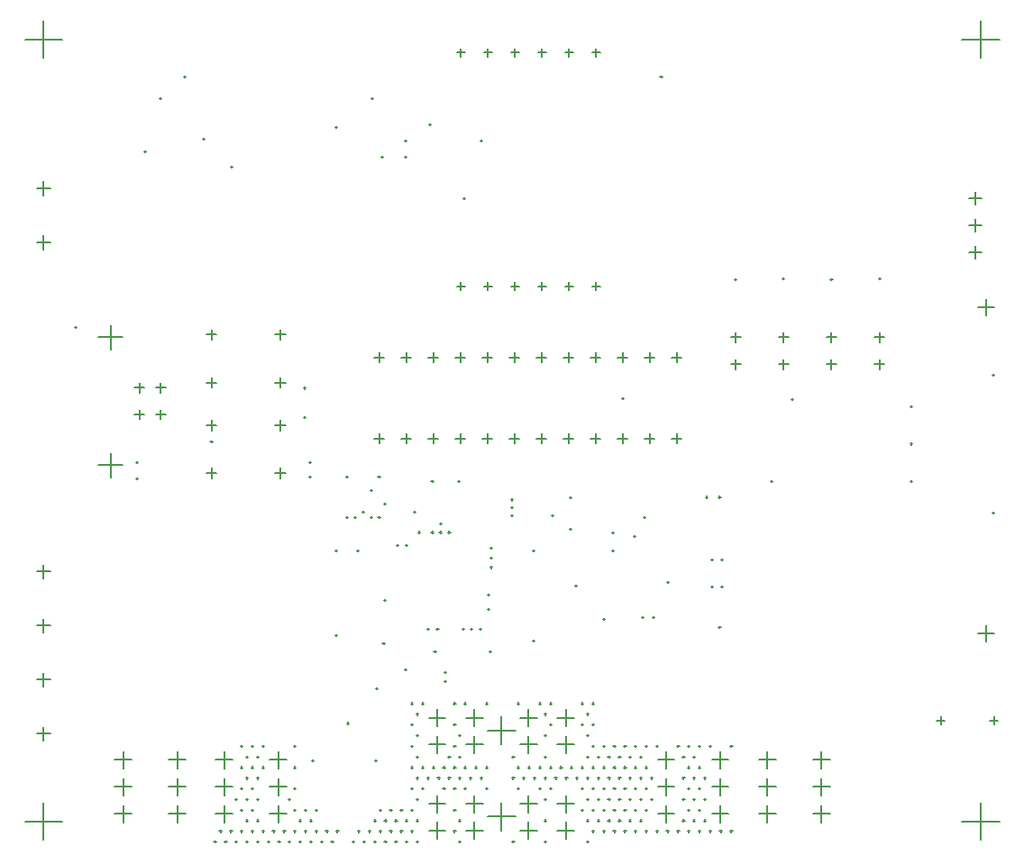
<source format=gbr>
%TF.GenerationSoftware,Altium Limited,Altium Designer,25.2.1 (25)*%
G04 Layer_Color=128*
%FSLAX43Y43*%
%MOMM*%
%TF.SameCoordinates,14BE83A4-B3EB-4770-8DB1-726BE69DDD70*%
%TF.FilePolarity,Positive*%
%TF.FileFunction,Drillmap*%
%TF.Part,Single*%
G01*
G75*
%TA.AperFunction,NonConductor*%
%ADD76C,0.127*%
D76*
X69050Y50000D02*
X69950D01*
X69500Y49550D02*
Y50450D01*
X69050Y47460D02*
X69950D01*
X69500Y47010D02*
Y47910D01*
X78050Y50000D02*
X78950D01*
X78500Y49550D02*
Y50450D01*
X78050Y47460D02*
X78950D01*
X78500Y47010D02*
Y47910D01*
X82550Y50000D02*
X83450D01*
X83000Y49550D02*
Y50450D01*
X82550Y47460D02*
X83450D01*
X83000Y47010D02*
Y47910D01*
X73550Y47460D02*
X74450D01*
X74000Y47010D02*
Y47910D01*
X73550Y50000D02*
X74450D01*
X74000Y49550D02*
Y50450D01*
X48387Y54786D02*
X49149D01*
X48768Y54405D02*
Y55167D01*
X56007Y76786D02*
X56769D01*
X56388Y76405D02*
Y77167D01*
X53467Y76786D02*
X54229D01*
X53848Y76405D02*
Y77167D01*
X50927Y76786D02*
X51689D01*
X51308Y76405D02*
Y77167D01*
X48387Y76786D02*
X49149D01*
X48768Y76405D02*
Y77167D01*
X45847Y76786D02*
X46609D01*
X46228Y76405D02*
Y77167D01*
X43307Y76786D02*
X44069D01*
X43688Y76405D02*
Y77167D01*
X56007Y54786D02*
X56769D01*
X56388Y54405D02*
Y55167D01*
X53467Y54786D02*
X54229D01*
X53848Y54405D02*
Y55167D01*
X50927Y54786D02*
X51689D01*
X51308Y54405D02*
Y55167D01*
X45847Y54786D02*
X46609D01*
X46228Y54405D02*
Y55167D01*
X43307Y54786D02*
X44069D01*
X43688Y54405D02*
Y55167D01*
X16240Y10290D02*
X17840D01*
X17040Y9490D02*
Y11090D01*
X16240Y7750D02*
X17840D01*
X17040Y6950D02*
Y8550D01*
X16240Y5210D02*
X17840D01*
X17040Y4410D02*
Y6010D01*
X11160Y5210D02*
X12760D01*
X11960Y4410D02*
Y6010D01*
X11160Y7750D02*
X12760D01*
X11960Y6950D02*
Y8550D01*
X11160Y10290D02*
X12760D01*
X11960Y9490D02*
Y11090D01*
X25740Y10290D02*
X27340D01*
X26540Y9490D02*
Y11090D01*
X25740Y7750D02*
X27340D01*
X26540Y6950D02*
Y8550D01*
X25740Y5210D02*
X27340D01*
X26540Y4410D02*
Y6010D01*
X20660Y5210D02*
X22260D01*
X21460Y4410D02*
Y6010D01*
X20660Y7750D02*
X22260D01*
X21460Y6950D02*
Y8550D01*
X20660Y10290D02*
X22260D01*
X21460Y9490D02*
Y11090D01*
X67240Y10290D02*
X68840D01*
X68040Y9490D02*
Y11090D01*
X67240Y7750D02*
X68840D01*
X68040Y6950D02*
Y8550D01*
X67240Y5210D02*
X68840D01*
X68040Y4410D02*
Y6010D01*
X62160Y5210D02*
X63760D01*
X62960Y4410D02*
Y6010D01*
X62160Y7750D02*
X63760D01*
X62960Y6950D02*
Y8550D01*
X62160Y10290D02*
X63760D01*
X62960Y9490D02*
Y11090D01*
X93350Y14000D02*
X94150D01*
X93750Y13600D02*
Y14400D01*
X88350Y14000D02*
X89150D01*
X88750Y13600D02*
Y14400D01*
X40660Y11750D02*
X42260D01*
X41460Y10950D02*
Y12550D01*
X40660Y14250D02*
X42260D01*
X41460Y13450D02*
Y15050D01*
X44160Y11750D02*
X45760D01*
X44960Y10950D02*
Y12550D01*
X44160Y14250D02*
X45760D01*
X44960Y13450D02*
Y15050D01*
X49240Y11750D02*
X50840D01*
X50040Y10950D02*
Y12550D01*
X49240Y14250D02*
X50840D01*
X50040Y13450D02*
Y15050D01*
X52740Y11750D02*
X54340D01*
X53540Y10950D02*
Y12550D01*
X52740Y14250D02*
X54340D01*
X53540Y13450D02*
Y15050D01*
X46175Y13045D02*
X48825D01*
X47500Y11720D02*
Y14370D01*
X76740Y10290D02*
X78340D01*
X77540Y9490D02*
Y11090D01*
X76740Y7750D02*
X78340D01*
X77540Y6950D02*
Y8550D01*
X76740Y5210D02*
X78340D01*
X77540Y4410D02*
Y6010D01*
X71660Y5210D02*
X73260D01*
X72460Y4410D02*
Y6010D01*
X71660Y7750D02*
X73260D01*
X72460Y6950D02*
Y8550D01*
X71660Y10290D02*
X73260D01*
X72460Y9490D02*
Y11090D01*
X91400Y63080D02*
X92600D01*
X92000Y62480D02*
Y63680D01*
X91400Y60540D02*
X92600D01*
X92000Y59940D02*
Y61140D01*
X91400Y58000D02*
X92600D01*
X92000Y57400D02*
Y58600D01*
X3850Y28000D02*
X5150D01*
X4500Y27350D02*
Y28650D01*
X3850Y22920D02*
X5150D01*
X4500Y22270D02*
Y23570D01*
X43145Y40500D02*
X44095D01*
X43620Y40025D02*
Y40975D01*
X55845Y40500D02*
X56795D01*
X56320Y40025D02*
Y40975D01*
X92250Y22150D02*
X93750D01*
X93000Y21400D02*
Y22900D01*
X26250Y45750D02*
X27250D01*
X26750Y45250D02*
Y46250D01*
X3850Y58920D02*
X5150D01*
X4500Y58270D02*
Y59570D01*
X19750Y45750D02*
X20750D01*
X20250Y45250D02*
Y46250D01*
X3850Y12760D02*
X5150D01*
X4500Y12110D02*
Y13410D01*
X3850Y17840D02*
X5150D01*
X4500Y17190D02*
Y18490D01*
X15050Y42750D02*
X15950D01*
X15500Y42300D02*
Y43200D01*
X48225Y48120D02*
X49175D01*
X48700Y47645D02*
Y48595D01*
X3850Y64000D02*
X5150D01*
X4500Y63350D02*
Y64650D01*
X9650Y37980D02*
X11950D01*
X10800Y36830D02*
Y39130D01*
X9650Y50020D02*
X11950D01*
X10800Y48870D02*
Y51170D01*
X13050Y42750D02*
X13950D01*
X13500Y42300D02*
Y43200D01*
X13050Y45250D02*
X13950D01*
X13500Y44800D02*
Y45700D01*
X15050Y45250D02*
X15950D01*
X15500Y44800D02*
Y45700D01*
X40660Y3660D02*
X42260D01*
X41460Y2860D02*
Y4460D01*
X40660Y6160D02*
X42260D01*
X41460Y5360D02*
Y6960D01*
X44160Y3660D02*
X45760D01*
X44960Y2860D02*
Y4460D01*
X44160Y6160D02*
X45760D01*
X44960Y5360D02*
Y6960D01*
X49240Y3660D02*
X50840D01*
X50040Y2860D02*
Y4460D01*
X49240Y6160D02*
X50840D01*
X50040Y5360D02*
Y6960D01*
X52740Y3660D02*
X54340D01*
X53540Y2860D02*
Y4460D01*
X52740Y6160D02*
X54340D01*
X53540Y5360D02*
Y6960D01*
X46175Y4955D02*
X48825D01*
X47500Y3630D02*
Y6280D01*
X90750Y78000D02*
X94250D01*
X92500Y76250D02*
Y79750D01*
X55845Y48120D02*
X56795D01*
X56320Y47645D02*
Y48595D01*
X58385Y48120D02*
X59335D01*
X58860Y47645D02*
Y48595D01*
X60925Y48120D02*
X61875D01*
X61400Y47645D02*
Y48595D01*
X63465Y48120D02*
X64415D01*
X63940Y47645D02*
Y48595D01*
X53305Y48120D02*
X54255D01*
X53780Y47645D02*
Y48595D01*
X50765Y48120D02*
X51715D01*
X51240Y47645D02*
Y48595D01*
X45685Y48120D02*
X46635D01*
X46160Y47645D02*
Y48595D01*
X43145Y48120D02*
X44095D01*
X43620Y47645D02*
Y48595D01*
X40605Y48120D02*
X41555D01*
X41080Y47645D02*
Y48595D01*
X38065Y48120D02*
X39015D01*
X38540Y47645D02*
Y48595D01*
X35525Y48120D02*
X36475D01*
X36000Y47645D02*
Y48595D01*
X58385Y40500D02*
X59335D01*
X58860Y40025D02*
Y40975D01*
X60925Y40500D02*
X61875D01*
X61400Y40025D02*
Y40975D01*
X63465Y40500D02*
X64415D01*
X63940Y40025D02*
Y40975D01*
X53305Y40500D02*
X54255D01*
X53780Y40025D02*
Y40975D01*
X50765Y40500D02*
X51715D01*
X51240Y40025D02*
Y40975D01*
X48225Y40500D02*
X49175D01*
X48700Y40025D02*
Y40975D01*
X45685Y40500D02*
X46635D01*
X46160Y40025D02*
Y40975D01*
X40605Y40500D02*
X41555D01*
X41080Y40025D02*
Y40975D01*
X38065Y40500D02*
X39015D01*
X38540Y40025D02*
Y40975D01*
X35525Y40500D02*
X36475D01*
X36000Y40025D02*
Y40975D01*
X2750Y78000D02*
X6250D01*
X4500Y76250D02*
Y79750D01*
X2750Y4500D02*
X6250D01*
X4500Y2750D02*
Y6250D01*
X90750Y4500D02*
X94250D01*
X92500Y2750D02*
Y6250D01*
X19750Y50250D02*
X20750D01*
X20250Y49750D02*
Y50750D01*
X26250Y50250D02*
X27250D01*
X26750Y49750D02*
Y50750D01*
X19750Y41750D02*
X20750D01*
X20250Y41250D02*
Y42250D01*
X26250Y41750D02*
X27250D01*
X26750Y41250D02*
Y42250D01*
X19750Y37250D02*
X20750D01*
X20250Y36750D02*
Y37750D01*
X26250Y37250D02*
X27250D01*
X26750Y36750D02*
Y37750D01*
X92250Y52850D02*
X93750D01*
X93000Y52100D02*
Y53600D01*
X32000Y3600D02*
X32200D01*
X32100Y3500D02*
Y3700D01*
X31500Y2600D02*
X31700D01*
X31600Y2500D02*
Y2700D01*
X31000Y3600D02*
X31200D01*
X31100Y3500D02*
Y3700D01*
X30500Y2600D02*
X30700D01*
X30600Y2500D02*
Y2700D01*
X30000Y5600D02*
X30200D01*
X30100Y5500D02*
Y5700D01*
X29500Y4600D02*
X29700D01*
X29600Y4500D02*
Y4700D01*
X30000Y3600D02*
X30200D01*
X30100Y3500D02*
Y3700D01*
X29500Y2600D02*
X29700D01*
X29600Y2500D02*
Y2700D01*
X29000Y5600D02*
X29200D01*
X29100Y5500D02*
Y5700D01*
X28500Y4600D02*
X28700D01*
X28600Y4500D02*
Y4700D01*
X29000Y3600D02*
X29200D01*
X29100Y3500D02*
Y3700D01*
X28500Y2600D02*
X28700D01*
X28600Y2500D02*
Y2700D01*
X28000Y11600D02*
X28200D01*
X28100Y11500D02*
Y11700D01*
X28000Y9600D02*
X28200D01*
X28100Y9500D02*
Y9700D01*
X28000Y7600D02*
X28200D01*
X28100Y7500D02*
Y7700D01*
X27500Y6600D02*
X27700D01*
X27600Y6500D02*
Y6700D01*
X28000Y5600D02*
X28200D01*
X28100Y5500D02*
Y5700D01*
X28000Y3600D02*
X28200D01*
X28100Y3500D02*
Y3700D01*
X27500Y2600D02*
X27700D01*
X27600Y2500D02*
Y2700D01*
X27000Y3600D02*
X27200D01*
X27100Y3500D02*
Y3700D01*
X26500Y2600D02*
X26700D01*
X26600Y2500D02*
Y2700D01*
X26000Y3600D02*
X26200D01*
X26100Y3500D02*
Y3700D01*
X25500Y2600D02*
X25700D01*
X25600Y2500D02*
Y2700D01*
X25000Y11600D02*
X25200D01*
X25100Y11500D02*
Y11700D01*
X24500Y10600D02*
X24700D01*
X24600Y10500D02*
Y10700D01*
X25000Y9600D02*
X25200D01*
X25100Y9500D02*
Y9700D01*
X24500Y8600D02*
X24700D01*
X24600Y8500D02*
Y8700D01*
X24500Y6600D02*
X24700D01*
X24600Y6500D02*
Y6700D01*
X24500Y4600D02*
X24700D01*
X24600Y4500D02*
Y4700D01*
X25000Y3600D02*
X25200D01*
X25100Y3500D02*
Y3700D01*
X24500Y2600D02*
X24700D01*
X24600Y2500D02*
Y2700D01*
X24000Y11600D02*
X24200D01*
X24100Y11500D02*
Y11700D01*
X23500Y10600D02*
X23700D01*
X23600Y10500D02*
Y10700D01*
X24000Y9600D02*
X24200D01*
X24100Y9500D02*
Y9700D01*
X23500Y8600D02*
X23700D01*
X23600Y8500D02*
Y8700D01*
X24000Y7600D02*
X24200D01*
X24100Y7500D02*
Y7700D01*
X23500Y6600D02*
X23700D01*
X23600Y6500D02*
Y6700D01*
X24000Y5600D02*
X24200D01*
X24100Y5500D02*
Y5700D01*
X23500Y4600D02*
X23700D01*
X23600Y4500D02*
Y4700D01*
X24000Y3600D02*
X24200D01*
X24100Y3500D02*
Y3700D01*
X23500Y2600D02*
X23700D01*
X23600Y2500D02*
Y2700D01*
X23000Y11600D02*
X23200D01*
X23100Y11500D02*
Y11700D01*
X23000Y9600D02*
X23200D01*
X23100Y9500D02*
Y9700D01*
X23000Y7600D02*
X23200D01*
X23100Y7500D02*
Y7700D01*
X22500Y6600D02*
X22700D01*
X22600Y6500D02*
Y6700D01*
X23000Y5600D02*
X23200D01*
X23100Y5500D02*
Y5700D01*
X23000Y3600D02*
X23200D01*
X23100Y3500D02*
Y3700D01*
X22500Y2600D02*
X22700D01*
X22600Y2500D02*
Y2700D01*
X22000Y3600D02*
X22200D01*
X22100Y3500D02*
Y3700D01*
X21500Y2600D02*
X21700D01*
X21600Y2500D02*
Y2700D01*
X21000Y3600D02*
X21200D01*
X21100Y3500D02*
Y3700D01*
X20500Y2600D02*
X20700D01*
X20600Y2500D02*
Y2700D01*
X46000Y15600D02*
X46200D01*
X46100Y15500D02*
Y15700D01*
X46000Y9600D02*
X46200D01*
X46100Y9500D02*
Y9700D01*
X45500Y8600D02*
X45700D01*
X45600Y8500D02*
Y8700D01*
X46000Y7600D02*
X46200D01*
X46100Y7500D02*
Y7700D01*
X45000Y9600D02*
X45200D01*
X45100Y9500D02*
Y9700D01*
X44500Y8600D02*
X44700D01*
X44600Y8500D02*
Y8700D01*
X44000Y15600D02*
X44200D01*
X44100Y15500D02*
Y15700D01*
X43500Y12600D02*
X43700D01*
X43600Y12500D02*
Y12700D01*
X43500Y10600D02*
X43700D01*
X43600Y10500D02*
Y10700D01*
X44000Y9600D02*
X44200D01*
X44100Y9500D02*
Y9700D01*
X43500Y8600D02*
X43700D01*
X43600Y8500D02*
Y8700D01*
X44000Y7600D02*
X44200D01*
X44100Y7500D02*
Y7700D01*
X43500Y4600D02*
X43700D01*
X43600Y4500D02*
Y4700D01*
X43500Y2600D02*
X43700D01*
X43600Y2500D02*
Y2700D01*
X43000Y15600D02*
X43200D01*
X43100Y15500D02*
Y15700D01*
X43000Y13600D02*
X43200D01*
X43100Y13500D02*
Y13700D01*
X43000Y11600D02*
X43200D01*
X43100Y11500D02*
Y11700D01*
X42500Y10600D02*
X42700D01*
X42600Y10500D02*
Y10700D01*
X43000Y9600D02*
X43200D01*
X43100Y9500D02*
Y9700D01*
X42500Y8600D02*
X42700D01*
X42600Y8500D02*
Y8700D01*
X43000Y7600D02*
X43200D01*
X43100Y7500D02*
Y7700D01*
X43000Y5600D02*
X43200D01*
X43100Y5500D02*
Y5700D01*
X43000Y3600D02*
X43200D01*
X43100Y3500D02*
Y3700D01*
X42000Y9600D02*
X42200D01*
X42100Y9500D02*
Y9700D01*
X41500Y8600D02*
X41700D01*
X41600Y8500D02*
Y8700D01*
X42000Y7600D02*
X42200D01*
X42100Y7500D02*
Y7700D01*
X41000Y9600D02*
X41200D01*
X41100Y9500D02*
Y9700D01*
X40500Y8600D02*
X40700D01*
X40600Y8500D02*
Y8700D01*
X40000Y15600D02*
X40200D01*
X40100Y15500D02*
Y15700D01*
X39500Y14600D02*
X39700D01*
X39600Y14500D02*
Y14700D01*
X39500Y12600D02*
X39700D01*
X39600Y12500D02*
Y12700D01*
X39500Y10600D02*
X39700D01*
X39600Y10500D02*
Y10700D01*
X40000Y9600D02*
X40200D01*
X40100Y9500D02*
Y9700D01*
X39500Y8600D02*
X39700D01*
X39600Y8500D02*
Y8700D01*
X40000Y7600D02*
X40200D01*
X40100Y7500D02*
Y7700D01*
X39500Y6600D02*
X39700D01*
X39600Y6500D02*
Y6700D01*
X39500Y4600D02*
X39700D01*
X39600Y4500D02*
Y4700D01*
X39500Y2600D02*
X39700D01*
X39600Y2500D02*
Y2700D01*
X39000Y15600D02*
X39200D01*
X39100Y15500D02*
Y15700D01*
X39000Y13600D02*
X39200D01*
X39100Y13500D02*
Y13700D01*
X39000Y11600D02*
X39200D01*
X39100Y11500D02*
Y11700D01*
X39000Y9600D02*
X39200D01*
X39100Y9500D02*
Y9700D01*
X39000Y7600D02*
X39200D01*
X39100Y7500D02*
Y7700D01*
X39000Y5600D02*
X39200D01*
X39100Y5500D02*
Y5700D01*
X38500Y4600D02*
X38700D01*
X38600Y4500D02*
Y4700D01*
X39000Y3600D02*
X39200D01*
X39100Y3500D02*
Y3700D01*
X38500Y2600D02*
X38700D01*
X38600Y2500D02*
Y2700D01*
X38000Y5600D02*
X38200D01*
X38100Y5500D02*
Y5700D01*
X37500Y4600D02*
X37700D01*
X37600Y4500D02*
Y4700D01*
X38000Y3600D02*
X38200D01*
X38100Y3500D02*
Y3700D01*
X37500Y2600D02*
X37700D01*
X37600Y2500D02*
Y2700D01*
X37000Y5600D02*
X37200D01*
X37100Y5500D02*
Y5700D01*
X36500Y4600D02*
X36700D01*
X36600Y4500D02*
Y4700D01*
X37000Y3600D02*
X37200D01*
X37100Y3500D02*
Y3700D01*
X36500Y2600D02*
X36700D01*
X36600Y2500D02*
Y2700D01*
X36000Y5600D02*
X36200D01*
X36100Y5500D02*
Y5700D01*
X35500Y4600D02*
X35700D01*
X35600Y4500D02*
Y4700D01*
X36000Y3600D02*
X36200D01*
X36100Y3500D02*
Y3700D01*
X35500Y2600D02*
X35700D01*
X35600Y2500D02*
Y2700D01*
X35000Y3600D02*
X35200D01*
X35100Y3500D02*
Y3700D01*
X34500Y2600D02*
X34700D01*
X34600Y2500D02*
Y2700D01*
X34000Y3600D02*
X34200D01*
X34100Y3500D02*
Y3700D01*
X33500Y2600D02*
X33700D01*
X33600Y2500D02*
Y2700D01*
X69000Y11600D02*
X69200D01*
X69100Y11500D02*
Y11700D01*
X69000Y3600D02*
X69200D01*
X69100Y3500D02*
Y3700D01*
X68000Y3600D02*
X68200D01*
X68100Y3500D02*
Y3700D01*
X67000Y11600D02*
X67200D01*
X67100Y11500D02*
Y11700D01*
X66500Y8600D02*
X66700D01*
X66600Y8500D02*
Y8700D01*
X66500Y6600D02*
X66700D01*
X66600Y6500D02*
Y6700D01*
X66500Y4600D02*
X66700D01*
X66600Y4500D02*
Y4700D01*
X67000Y3600D02*
X67200D01*
X67100Y3500D02*
Y3700D01*
X66000Y11600D02*
X66200D01*
X66100Y11500D02*
Y11700D01*
X65500Y10600D02*
X65700D01*
X65600Y10500D02*
Y10700D01*
X66000Y9600D02*
X66200D01*
X66100Y9500D02*
Y9700D01*
X65500Y8600D02*
X65700D01*
X65600Y8500D02*
Y8700D01*
X66000Y7600D02*
X66200D01*
X66100Y7500D02*
Y7700D01*
X65500Y6600D02*
X65700D01*
X65600Y6500D02*
Y6700D01*
X66000Y5600D02*
X66200D01*
X66100Y5500D02*
Y5700D01*
X65500Y4600D02*
X65700D01*
X65600Y4500D02*
Y4700D01*
X66000Y3600D02*
X66200D01*
X66100Y3500D02*
Y3700D01*
X65000Y11600D02*
X65200D01*
X65100Y11500D02*
Y11700D01*
X64500Y10600D02*
X64700D01*
X64600Y10500D02*
Y10700D01*
X65000Y9600D02*
X65200D01*
X65100Y9500D02*
Y9700D01*
X64500Y8600D02*
X64700D01*
X64600Y8500D02*
Y8700D01*
X65000Y7600D02*
X65200D01*
X65100Y7500D02*
Y7700D01*
X64500Y6600D02*
X64700D01*
X64600Y6500D02*
Y6700D01*
X65000Y5600D02*
X65200D01*
X65100Y5500D02*
Y5700D01*
X64500Y4600D02*
X64700D01*
X64600Y4500D02*
Y4700D01*
X65000Y3600D02*
X65200D01*
X65100Y3500D02*
Y3700D01*
X64000Y11600D02*
X64200D01*
X64100Y11500D02*
Y11700D01*
X64000Y3600D02*
X64200D01*
X64100Y3500D02*
Y3700D01*
X63000Y3600D02*
X63200D01*
X63100Y3500D02*
Y3700D01*
X62000Y11600D02*
X62200D01*
X62100Y11500D02*
Y11700D01*
X61500Y8600D02*
X61700D01*
X61600Y8500D02*
Y8700D01*
X61500Y6600D02*
X61700D01*
X61600Y6500D02*
Y6700D01*
X62000Y3600D02*
X62200D01*
X62100Y3500D02*
Y3700D01*
X61000Y11600D02*
X61200D01*
X61100Y11500D02*
Y11700D01*
X60500Y10600D02*
X60700D01*
X60600Y10500D02*
Y10700D01*
X61000Y9600D02*
X61200D01*
X61100Y9500D02*
Y9700D01*
X60500Y8600D02*
X60700D01*
X60600Y8500D02*
Y8700D01*
X61000Y7600D02*
X61200D01*
X61100Y7500D02*
Y7700D01*
X60500Y6600D02*
X60700D01*
X60600Y6500D02*
Y6700D01*
X61000Y5600D02*
X61200D01*
X61100Y5500D02*
Y5700D01*
X60500Y4600D02*
X60700D01*
X60600Y4500D02*
Y4700D01*
X61000Y3600D02*
X61200D01*
X61100Y3500D02*
Y3700D01*
X60000Y11600D02*
X60200D01*
X60100Y11500D02*
Y11700D01*
X59500Y10600D02*
X59700D01*
X59600Y10500D02*
Y10700D01*
X60000Y9600D02*
X60200D01*
X60100Y9500D02*
Y9700D01*
X59500Y8600D02*
X59700D01*
X59600Y8500D02*
Y8700D01*
X60000Y7600D02*
X60200D01*
X60100Y7500D02*
Y7700D01*
X59500Y6600D02*
X59700D01*
X59600Y6500D02*
Y6700D01*
X60000Y5600D02*
X60200D01*
X60100Y5500D02*
Y5700D01*
X59500Y4600D02*
X59700D01*
X59600Y4500D02*
Y4700D01*
X60000Y3600D02*
X60200D01*
X60100Y3500D02*
Y3700D01*
X59000Y11600D02*
X59200D01*
X59100Y11500D02*
Y11700D01*
X58500Y10600D02*
X58700D01*
X58600Y10500D02*
Y10700D01*
X59000Y9600D02*
X59200D01*
X59100Y9500D02*
Y9700D01*
X58500Y8600D02*
X58700D01*
X58600Y8500D02*
Y8700D01*
X59000Y7600D02*
X59200D01*
X59100Y7500D02*
Y7700D01*
X58500Y6600D02*
X58700D01*
X58600Y6500D02*
Y6700D01*
X59000Y5600D02*
X59200D01*
X59100Y5500D02*
Y5700D01*
X58500Y4600D02*
X58700D01*
X58600Y4500D02*
Y4700D01*
X59000Y3600D02*
X59200D01*
X59100Y3500D02*
Y3700D01*
X58000Y11600D02*
X58200D01*
X58100Y11500D02*
Y11700D01*
X57500Y10600D02*
X57700D01*
X57600Y10500D02*
Y10700D01*
X58000Y9600D02*
X58200D01*
X58100Y9500D02*
Y9700D01*
X57500Y8600D02*
X57700D01*
X57600Y8500D02*
Y8700D01*
X58000Y7600D02*
X58200D01*
X58100Y7500D02*
Y7700D01*
X57500Y6600D02*
X57700D01*
X57600Y6500D02*
Y6700D01*
X58000Y5600D02*
X58200D01*
X58100Y5500D02*
Y5700D01*
X57500Y4600D02*
X57700D01*
X57600Y4500D02*
Y4700D01*
X58000Y3600D02*
X58200D01*
X58100Y3500D02*
Y3700D01*
X57000Y11600D02*
X57200D01*
X57100Y11500D02*
Y11700D01*
X56500Y10600D02*
X56700D01*
X56600Y10500D02*
Y10700D01*
X57000Y9600D02*
X57200D01*
X57100Y9500D02*
Y9700D01*
X56500Y8600D02*
X56700D01*
X56600Y8500D02*
Y8700D01*
X57000Y7600D02*
X57200D01*
X57100Y7500D02*
Y7700D01*
X56500Y6600D02*
X56700D01*
X56600Y6500D02*
Y6700D01*
X57000Y5600D02*
X57200D01*
X57100Y5500D02*
Y5700D01*
X56500Y4600D02*
X56700D01*
X56600Y4500D02*
Y4700D01*
X57000Y3600D02*
X57200D01*
X57100Y3500D02*
Y3700D01*
X56000Y15600D02*
X56200D01*
X56100Y15500D02*
Y15700D01*
X55500Y14600D02*
X55700D01*
X55600Y14500D02*
Y14700D01*
X56000Y13600D02*
X56200D01*
X56100Y13500D02*
Y13700D01*
X55500Y12600D02*
X55700D01*
X55600Y12500D02*
Y12700D01*
X56000Y11600D02*
X56200D01*
X56100Y11500D02*
Y11700D01*
X55500Y10600D02*
X55700D01*
X55600Y10500D02*
Y10700D01*
X56000Y9600D02*
X56200D01*
X56100Y9500D02*
Y9700D01*
X55500Y8600D02*
X55700D01*
X55600Y8500D02*
Y8700D01*
X56000Y7600D02*
X56200D01*
X56100Y7500D02*
Y7700D01*
X55500Y6600D02*
X55700D01*
X55600Y6500D02*
Y6700D01*
X56000Y5600D02*
X56200D01*
X56100Y5500D02*
Y5700D01*
X55500Y4600D02*
X55700D01*
X55600Y4500D02*
Y4700D01*
X56000Y3600D02*
X56200D01*
X56100Y3500D02*
Y3700D01*
X55500Y2600D02*
X55700D01*
X55600Y2500D02*
Y2700D01*
X55000Y15600D02*
X55200D01*
X55100Y15500D02*
Y15700D01*
X55000Y13600D02*
X55200D01*
X55100Y13500D02*
Y13700D01*
X55000Y9600D02*
X55200D01*
X55100Y9500D02*
Y9700D01*
X54500Y8600D02*
X54700D01*
X54600Y8500D02*
Y8700D01*
X55000Y7600D02*
X55200D01*
X55100Y7500D02*
Y7700D01*
X55000Y5600D02*
X55200D01*
X55100Y5500D02*
Y5700D01*
X54000Y9600D02*
X54200D01*
X54100Y9500D02*
Y9700D01*
X53500Y8600D02*
X53700D01*
X53600Y8500D02*
Y8700D01*
X53000Y9600D02*
X53200D01*
X53100Y9500D02*
Y9700D01*
X52500Y8600D02*
X52700D01*
X52600Y8500D02*
Y8700D01*
X52000Y15600D02*
X52200D01*
X52100Y15500D02*
Y15700D01*
X51500Y14600D02*
X51700D01*
X51600Y14500D02*
Y14700D01*
X52000Y13600D02*
X52200D01*
X52100Y13500D02*
Y13700D01*
X51500Y12600D02*
X51700D01*
X51600Y12500D02*
Y12700D01*
X51500Y10600D02*
X51700D01*
X51600Y10500D02*
Y10700D01*
X52000Y9600D02*
X52200D01*
X52100Y9500D02*
Y9700D01*
X51500Y8600D02*
X51700D01*
X51600Y8500D02*
Y8700D01*
X52000Y7600D02*
X52200D01*
X52100Y7500D02*
Y7700D01*
X51500Y6600D02*
X51700D01*
X51600Y6500D02*
Y6700D01*
X51500Y4600D02*
X51700D01*
X51600Y4500D02*
Y4700D01*
X51500Y2600D02*
X51700D01*
X51600Y2500D02*
Y2700D01*
X51000Y15600D02*
X51200D01*
X51100Y15500D02*
Y15700D01*
X51000Y9600D02*
X51200D01*
X51100Y9500D02*
Y9700D01*
X50500Y8600D02*
X50700D01*
X50600Y8500D02*
Y8700D01*
X51000Y7600D02*
X51200D01*
X51100Y7500D02*
Y7700D01*
X50000Y9600D02*
X50200D01*
X50100Y9500D02*
Y9700D01*
X49500Y8600D02*
X49700D01*
X49600Y8500D02*
Y8700D01*
X49000Y15600D02*
X49200D01*
X49100Y15500D02*
Y15700D01*
X48500Y10600D02*
X48700D01*
X48600Y10500D02*
Y10700D01*
X49000Y9600D02*
X49200D01*
X49100Y9500D02*
Y9700D01*
X48500Y8600D02*
X48700D01*
X48600Y8500D02*
Y8700D01*
X49000Y7600D02*
X49200D01*
X49100Y7500D02*
Y7700D01*
X48500Y2600D02*
X48700D01*
X48600Y2500D02*
Y2700D01*
X67912Y35000D02*
X68088D01*
X68000Y34912D02*
Y35088D01*
X67161Y26600D02*
X67337D01*
X67249Y26513D02*
Y26688D01*
X68112Y26600D02*
X68287D01*
X68200Y26513D02*
Y26688D01*
X67161Y29100D02*
X67337D01*
X67249Y29013D02*
Y29188D01*
X68112Y29100D02*
X68287D01*
X68200Y29013D02*
Y29188D01*
X40907Y36500D02*
X41082D01*
X40994Y36412D02*
Y36588D01*
X66713Y35000D02*
X66887D01*
X66800Y34912D02*
Y35088D01*
X67912Y22750D02*
X68088D01*
X68000Y22663D02*
Y22837D01*
X48426Y33250D02*
X48602D01*
X48514Y33162D02*
Y33338D01*
X33635Y33097D02*
X33810D01*
X33722Y33009D02*
Y33184D01*
X32875Y33095D02*
X33050D01*
X32963Y33007D02*
Y33182D01*
X36488Y34365D02*
X36664D01*
X36576Y34277D02*
Y34452D01*
X34394Y33600D02*
X34569D01*
X34481Y33513D02*
Y33688D01*
X35159Y35635D02*
X35334D01*
X35246Y35547D02*
Y35722D01*
X35153Y33097D02*
X35328D01*
X35241Y33009D02*
Y33184D01*
X52236Y33250D02*
X52411D01*
X52324Y33162D02*
Y33338D01*
X58773Y44310D02*
X58948D01*
X58860Y44222D02*
Y44397D01*
X38412Y18750D02*
X38588D01*
X38500Y18663D02*
Y18837D01*
X35662Y17000D02*
X35838D01*
X35750Y16913D02*
Y17087D01*
X41162Y20500D02*
X41338D01*
X41250Y20413D02*
Y20587D01*
X43812Y22627D02*
X43987D01*
X43900Y22539D02*
Y22714D01*
X42162Y17653D02*
X42338D01*
X42250Y17566D02*
Y17740D01*
X35599Y10204D02*
X35775D01*
X35687Y10116D02*
Y10292D01*
X29663Y10204D02*
X29837D01*
X29750Y10116D02*
Y10292D01*
X33022Y13750D02*
X33197D01*
X33110Y13663D02*
Y13837D01*
X74715Y44216D02*
X74891D01*
X74803Y44129D02*
Y44304D01*
X72810Y36500D02*
X72984D01*
X72897Y36412D02*
Y36588D01*
X60873Y33060D02*
X61048D01*
X60960Y32973D02*
Y33148D01*
X57912Y31650D02*
X58088D01*
X58000Y31562D02*
Y31737D01*
X59912Y31300D02*
X60088D01*
X60000Y31212D02*
Y31388D01*
X40513Y22584D02*
X40688D01*
X40600Y22497D02*
Y22672D01*
X63032Y27000D02*
X63207D01*
X63119Y26913D02*
Y27087D01*
X61662Y23700D02*
X61838D01*
X61750Y23612D02*
Y23788D01*
X53912Y34940D02*
X54088D01*
X54000Y34853D02*
Y35028D01*
X53912Y32000D02*
X54088D01*
X54000Y31913D02*
Y32088D01*
X60663Y23700D02*
X60838D01*
X60750Y23612D02*
Y23788D01*
X57912Y29950D02*
X58088D01*
X58000Y29863D02*
Y30038D01*
X7405Y51000D02*
X7581D01*
X7493Y50912D02*
Y51088D01*
X57062Y23500D02*
X57237D01*
X57150Y23413D02*
Y23587D01*
X46412Y30250D02*
X46588D01*
X46500Y30163D02*
Y30337D01*
X40907Y31700D02*
X41082D01*
X40994Y31612D02*
Y31788D01*
X42513Y31700D02*
X42688D01*
X42600Y31612D02*
Y31788D01*
X41669Y31700D02*
X41844D01*
X41756Y31612D02*
Y31788D01*
X41713Y32500D02*
X41888D01*
X41800Y32412D02*
Y32588D01*
X36488Y25273D02*
X36664D01*
X36576Y25185D02*
Y25361D01*
X36334Y21249D02*
X36509D01*
X36422Y21162D02*
Y21337D01*
X37642Y30440D02*
X37817D01*
X37730Y30353D02*
Y30528D01*
X31913Y30000D02*
X32088D01*
X32000Y29913D02*
Y30087D01*
X32875Y36905D02*
X33050D01*
X32963Y36817D02*
Y36992D01*
X93628Y33500D02*
X93802D01*
X93715Y33412D02*
Y33588D01*
X93628Y46500D02*
X93802D01*
X93715Y46412D02*
Y46588D01*
X85912Y43500D02*
X86088D01*
X86000Y43412D02*
Y43588D01*
X85912Y36500D02*
X86088D01*
X86000Y36412D02*
Y36588D01*
X85912Y40000D02*
X86088D01*
X86000Y39912D02*
Y40088D01*
X69412Y55485D02*
X69588D01*
X69500Y55397D02*
Y55572D01*
X78412Y55485D02*
X78588D01*
X78500Y55397D02*
Y55572D01*
X31913Y69750D02*
X32088D01*
X32000Y69662D02*
Y69838D01*
X38412Y68450D02*
X38588D01*
X38500Y68363D02*
Y68537D01*
X41412Y22584D02*
X41588D01*
X41500Y22497D02*
Y22672D01*
X50412Y30000D02*
X50588D01*
X50500Y29913D02*
Y30087D01*
X13972Y67500D02*
X14147D01*
X14060Y67412D02*
Y67588D01*
X15413Y72500D02*
X15587D01*
X15500Y72412D02*
Y72588D01*
X45513Y68500D02*
X45688D01*
X45600Y68412D02*
Y68588D01*
X43913Y63060D02*
X44088D01*
X44000Y62973D02*
Y63148D01*
X43412Y36500D02*
X43588D01*
X43500Y36412D02*
Y36588D01*
X54412Y26625D02*
X54588D01*
X54500Y26538D02*
Y26713D01*
X50412Y21500D02*
X50588D01*
X50500Y21413D02*
Y21587D01*
X42162Y18500D02*
X42338D01*
X42250Y18413D02*
Y18587D01*
X40662Y70000D02*
X40838D01*
X40750Y69912D02*
Y70088D01*
X22062Y66000D02*
X22237D01*
X22150Y65913D02*
Y66088D01*
X17692Y74500D02*
X17868D01*
X17780Y74412D02*
Y74588D01*
X20163Y40190D02*
X20337D01*
X20250Y40103D02*
Y40278D01*
X29413Y36905D02*
X29587D01*
X29500Y36817D02*
Y36992D01*
X13163Y36720D02*
X13337D01*
X13250Y36632D02*
Y36807D01*
X31913Y22000D02*
X32088D01*
X32000Y21913D02*
Y22087D01*
X82912Y55500D02*
X83088D01*
X83000Y55412D02*
Y55588D01*
X46412Y28400D02*
X46588D01*
X46500Y28312D02*
Y28487D01*
X35312Y72500D02*
X35487D01*
X35400Y72412D02*
Y72588D01*
X39283Y33600D02*
X39458D01*
X39370Y33513D02*
Y33688D01*
X19413Y68675D02*
X19587D01*
X19500Y68588D02*
Y68762D01*
X29413Y38250D02*
X29587D01*
X29500Y38162D02*
Y38338D01*
X33922Y30000D02*
X34097D01*
X34010Y29913D02*
Y30087D01*
X28913Y42500D02*
X29087D01*
X29000Y42412D02*
Y42588D01*
X28913Y45250D02*
X29087D01*
X29000Y45162D02*
Y45338D01*
X35912Y33097D02*
X36087D01*
X36000Y33009D02*
Y33184D01*
X35912Y36905D02*
X36088D01*
X36000Y36817D02*
Y36992D01*
X46412Y29250D02*
X46588D01*
X46500Y29163D02*
Y29337D01*
X46213Y25800D02*
X46388D01*
X46300Y25712D02*
Y25888D01*
X46213Y24500D02*
X46388D01*
X46300Y24413D02*
Y24587D01*
X44612Y22600D02*
X44787D01*
X44700Y22512D02*
Y22687D01*
X45412Y22600D02*
X45588D01*
X45500Y22512D02*
Y22687D01*
X38472Y30440D02*
X38647D01*
X38560Y30353D02*
Y30528D01*
X39664Y31700D02*
X39839D01*
X39751Y31612D02*
Y31788D01*
X62412Y74500D02*
X62588D01*
X62500Y74412D02*
Y74588D01*
X73912Y55500D02*
X74088D01*
X74000Y55412D02*
Y55588D01*
X46395Y20500D02*
X46569D01*
X46482Y20413D02*
Y20587D01*
X38412Y67000D02*
X38588D01*
X38500Y66912D02*
Y67088D01*
X36235Y67000D02*
X36410D01*
X36322Y66912D02*
Y67088D01*
X48412Y34000D02*
X48588D01*
X48500Y33912D02*
Y34088D01*
X48412Y34750D02*
X48588D01*
X48500Y34662D02*
Y34838D01*
X13163Y38280D02*
X13337D01*
X13250Y38193D02*
Y38368D01*
%TF.MD5,b7c528ee70b03e85abbc15b58e10a60f*%
M02*

</source>
